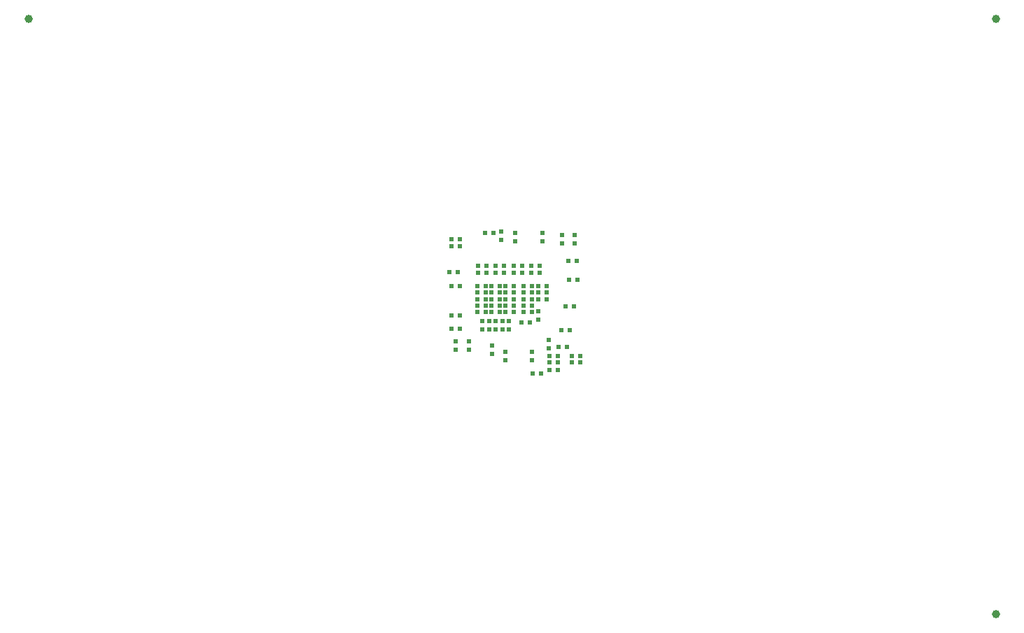
<source format=gbr>
%TF.GenerationSoftware,KiCad,Pcbnew,7.0.9-7.0.9~ubuntu22.04.1*%
%TF.CreationDate,2023-12-13T13:54:37+02:00*%
%TF.ProjectId,GateMateA1-EVB_Rev_A,47617465-4d61-4746-9541-312d4556425f,A*%
%TF.SameCoordinates,PX5f5e100PY7bfa480*%
%TF.FileFunction,Paste,Bot*%
%TF.FilePolarity,Positive*%
%FSLAX46Y46*%
G04 Gerber Fmt 4.6, Leading zero omitted, Abs format (unit mm)*
G04 Created by KiCad (PCBNEW 7.0.9-7.0.9~ubuntu22.04.1) date 2023-12-13 13:54:37*
%MOMM*%
%LPD*%
G01*
G04 APERTURE LIST*
%ADD10R,0.500000X0.550000*%
%ADD11R,0.550000X0.500000*%
%ADD12C,1.000000*%
G04 APERTURE END LIST*
D10*
X58482600Y38800000D03*
X57517400Y38800000D03*
D11*
X59600000Y35892000D03*
X59600000Y36908000D03*
X64400000Y34608000D03*
X64400000Y33592000D03*
D10*
X58482600Y40400000D03*
X57517400Y40400000D03*
X66492000Y38700000D03*
X67508000Y38700000D03*
X53708000Y37600000D03*
X52692000Y37600000D03*
X61392000Y38800000D03*
X62408000Y38800000D03*
D11*
X60400000Y47608000D03*
X60400000Y46592000D03*
X67600000Y46292000D03*
X67600000Y47308000D03*
X54800000Y34508000D03*
X54800000Y33492000D03*
D10*
X67192000Y31900000D03*
X68208000Y31900000D03*
X57992000Y42800000D03*
X59008000Y42800000D03*
X55792000Y40400000D03*
X56808000Y40400000D03*
D12*
X1500000Y73500000D03*
D10*
X64158000Y41200000D03*
X63142000Y41200000D03*
X64492000Y31000000D03*
X65508000Y31000000D03*
X57708000Y47600000D03*
X56692000Y47600000D03*
X61392000Y39600000D03*
X62408000Y39600000D03*
X67808000Y44200000D03*
X66792000Y44200000D03*
X64492000Y31900000D03*
X65508000Y31900000D03*
X52442000Y42850000D03*
X53458000Y42850000D03*
X64158000Y39600000D03*
X63142000Y39600000D03*
X67192000Y32700000D03*
X68208000Y32700000D03*
X62108000Y36800000D03*
X61092000Y36800000D03*
X63508000Y30600000D03*
X62492000Y30600000D03*
X60208000Y41200000D03*
X59192000Y41200000D03*
X57992000Y43600000D03*
X59008000Y43600000D03*
X53708000Y36000000D03*
X52692000Y36000000D03*
X66608000Y33800000D03*
X65592000Y33800000D03*
X53708000Y46000000D03*
X52692000Y46000000D03*
X56908000Y43600000D03*
X55892000Y43600000D03*
X62292000Y43600000D03*
X63308000Y43600000D03*
X64492000Y32700000D03*
X65508000Y32700000D03*
X62292000Y42800000D03*
X63308000Y42800000D03*
X61392000Y38000000D03*
X62408000Y38000000D03*
D11*
X62400000Y32192000D03*
X62400000Y33208000D03*
X58700000Y46792000D03*
X58700000Y47808000D03*
D10*
X64158000Y40400000D03*
X63142000Y40400000D03*
X58482600Y39600000D03*
X57517400Y39600000D03*
D11*
X66000000Y47308000D03*
X66000000Y46292000D03*
D10*
X58482600Y38000000D03*
X57517400Y38000000D03*
X60192000Y43600000D03*
X61208000Y43600000D03*
D12*
X118500000Y1500000D03*
D11*
X53200000Y34508000D03*
X53200000Y33492000D03*
X57600000Y34008000D03*
X57600000Y32992000D03*
D12*
X118500000Y73500000D03*
D10*
X61392000Y40400000D03*
X62408000Y40400000D03*
D11*
X58000000Y35892000D03*
X58000000Y36908000D03*
X63700000Y46592000D03*
X63700000Y47608000D03*
D10*
X52692000Y41200000D03*
X53708000Y41200000D03*
D11*
X63200000Y38108000D03*
X63200000Y37092000D03*
D10*
X61392000Y41200000D03*
X62408000Y41200000D03*
X60208000Y40400000D03*
X59192000Y40400000D03*
X58482600Y41200000D03*
X57517400Y41200000D03*
X55792000Y38800000D03*
X56808000Y38800000D03*
X60208000Y38800000D03*
X59192000Y38800000D03*
X67008000Y35800000D03*
X65992000Y35800000D03*
D11*
X57200000Y35892000D03*
X57200000Y36908000D03*
D10*
X55792000Y38000000D03*
X56808000Y38000000D03*
X60192000Y42800000D03*
X61208000Y42800000D03*
X55792000Y39600000D03*
X56808000Y39600000D03*
X56908000Y42800000D03*
X55892000Y42800000D03*
X55792000Y41200000D03*
X56808000Y41200000D03*
X60208000Y38000000D03*
X59192000Y38000000D03*
D11*
X59200000Y32192000D03*
X59200000Y33208000D03*
D10*
X67908000Y41900000D03*
X66892000Y41900000D03*
X60208000Y39600000D03*
X59192000Y39600000D03*
X53708000Y46800000D03*
X52692000Y46800000D03*
D11*
X56400000Y35892000D03*
X56400000Y36908000D03*
X58800000Y35892000D03*
X58800000Y36908000D03*
M02*

</source>
